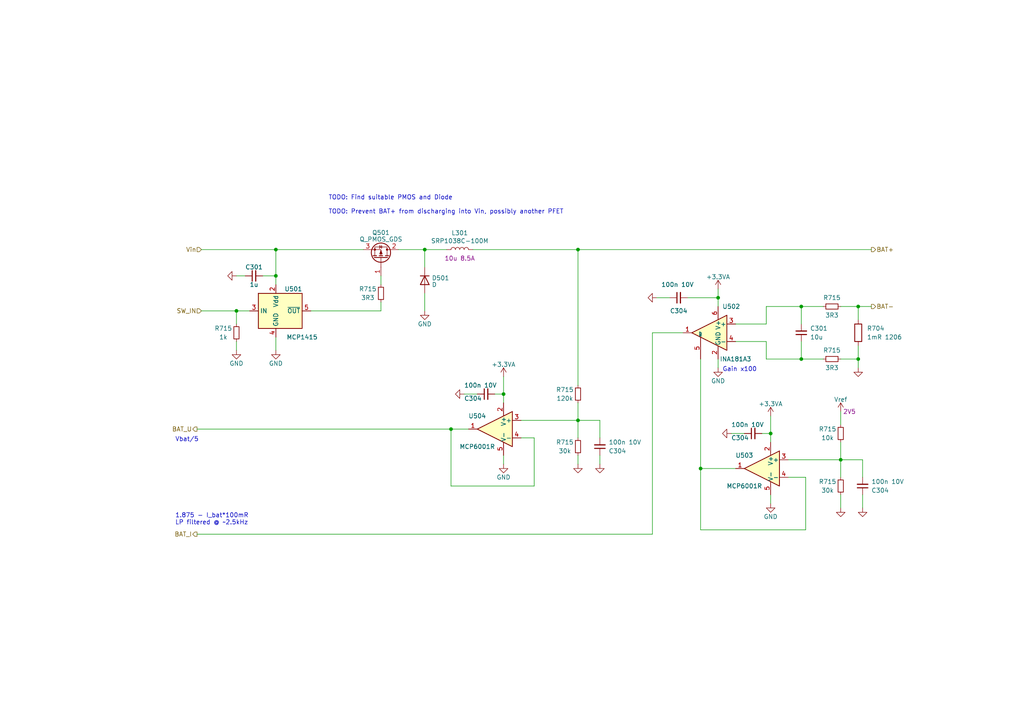
<source format=kicad_sch>
(kicad_sch (version 20230121) (generator eeschema)
  (paper "A4")
  (lib_symbols
    (symbol "+5VA_1" (power) (pin_names (offset 0))
      (property "Value" "+5VA_1" (at 0 3.5019 0))
      (symbol "+5VA_1_0_1"
        (polyline (pts (xy -0.762 1.27) (xy 0 2.54)))
        (polyline (pts (xy 0 0) (xy 0 2.54)))
        (polyline (pts (xy 0 2.54) (xy 0.762 1.27)))
      )
      (symbol "+5VA_1_1_1"
        (pin power_in line (at 0 0 90) (length 0) hide (name "Vref") (number "1"))
      )
    )
    (symbol "Amplifier_Current:INA181" (pin_names (offset 0.127))
      (property "Reference" "U" (at 3.81 3.81 0))
      (property "Value" "INA181" (at 3.81 -2.54 0))
      (symbol "INA181_0_1"
        (polyline (pts (xy 5.08 0) (xy -5.08 5.08) (xy -5.08 -5.08) (xy 5.08 0)) (stroke (width 0.254)) (fill (type background)))
      )
      (symbol "INA181_1_1"
        (pin output line (at 7.62 0 180) (length 2.54) (name "~") (number "1"))
        (pin power_in line (at -2.54 -7.62 90) (length 3.81) (name "GND") (number "2"))
        (pin input line (at -7.62 2.54 0) (length 2.54) (name "+") (number "3"))
        (pin input line (at -7.62 -2.54 0) (length 2.54) (name "-") (number "4"))
        (pin input line (at 2.54 -7.62 90) (length 6.35) (name "REF") (number "5"))
        (pin power_in line (at -2.54 7.62 270) (length 3.81) (name "V+") (number "6"))
      )
    )
    (symbol "Amplifier_Operational:MCP6001R" (pin_names (offset 0.127))
      (property "Reference" "U" (at 0 5.08 0))
      (property "Value" "MCP6001R" (at 0 -5.08 0))
      (symbol "MCP6001R_0_1"
        (polyline (pts (xy -5.08 5.08) (xy 5.08 0) (xy -5.08 -5.08) (xy -5.08 5.08)) (stroke (width 0.254)) (fill (type background)))
        (pin power_in line (at -2.54 7.62 270) (length 3.81) (name "V+") (number "2"))
        (pin power_in line (at -2.54 -7.62 90) (length 3.81) (name "V-") (number "5"))
      )
      (symbol "MCP6001R_1_1"
        (pin output line (at 7.62 0 180) (length 2.54) (name "~") (number "1"))
        (pin input line (at -7.62 2.54 0) (length 2.54) (name "+") (number "3"))
        (pin input line (at -7.62 -2.54 0) (length 2.54) (name "-") (number "4"))
      )
    )
    (symbol "Device:C_Small" (pin_numbers hide) (pin_names (offset 0.254) hide)
      (property "Reference" "C" (at 0.254 1.778 0))
      (property "Value" "C_Small" (at 0.254 -2.032 0))
      (symbol "C_Small_0_1"
        (polyline (pts (xy -1.524 -0.508) (xy 1.524 -0.508)) (stroke (width 0.3302)))
        (polyline (pts (xy -1.524 0.508) (xy 1.524 0.508)) (stroke (width 0.3048)))
      )
      (symbol "C_Small_1_1"
        (pin passive line (at 0 2.54 270) (length 2.032) (name "~") (number "1"))
        (pin passive line (at 0 -2.54 90) (length 2.032) (name "~") (number "2"))
      )
    )
    (symbol "Device:D" (pin_numbers hide) (pin_names (offset 1.016) hide)
      (property "Reference" "D" (at 0 2.54 0))
      (property "Value" "D" (at 0 -2.54 0))
      (symbol "D_0_1"
        (polyline (pts (xy -1.27 1.27) (xy -1.27 -1.27)) (stroke (width 0.254)))
        (polyline (pts (xy 1.27 0) (xy -1.27 0)))
        (polyline (pts (xy 1.27 1.27) (xy 1.27 -1.27) (xy -1.27 0) (xy 1.27 1.27)) (stroke (width 0.254)))
      )
      (symbol "D_1_1"
        (pin passive line (at -3.81 0 0) (length 2.54) (name "K") (number "1"))
        (pin passive line (at 3.81 0 180) (length 2.54) (name "A") (number "2"))
      )
    )
    (symbol "Device:L" (pin_numbers hide) (pin_names (offset 1.016) hide)
      (property "Reference" "L" (at -1.27 0 90))
      (property "Value" "L" (at 1.905 0 90))
      (symbol "L_0_1"
        (arc (start 0 -2.54) (mid 0.6323 -1.905) (end 0 -1.27))
        (arc (start 0 -1.27) (mid 0.6323 -0.635) (end 0 0))
        (arc (start 0 0) (mid 0.6323 0.635) (end 0 1.27))
        (arc (start 0 1.27) (mid 0.6323 1.905) (end 0 2.54))
      )
      (symbol "L_1_1"
        (pin passive line (at 0 3.81 270) (length 1.27) (name "1") (number "1"))
        (pin passive line (at 0 -3.81 90) (length 1.27) (name "2") (number "2"))
      )
    )
    (symbol "Device:Q_PMOS_GDS" (pin_names (offset 0) hide)
      (property "Reference" "Q" (at 5.08 1.27 0))
      (property "Value" "Q_PMOS_GDS" (at 5.08 -1.27 0))
      (symbol "Q_PMOS_GDS_0_1"
        (polyline (pts (xy 0.254 0) (xy -2.54 0)))
        (polyline (pts (xy 0.254 1.905) (xy 0.254 -1.905)) (stroke (width 0.254)))
        (polyline (pts (xy 0.762 -1.27) (xy 0.762 -2.286)) (stroke (width 0.254)))
        (polyline (pts (xy 0.762 0.508) (xy 0.762 -0.508)) (stroke (width 0.254)))
        (polyline (pts (xy 0.762 2.286) (xy 0.762 1.27)) (stroke (width 0.254)))
        (polyline (pts (xy 2.54 2.54) (xy 2.54 1.778)))
        (polyline (pts (xy 2.54 -2.54) (xy 2.54 0) (xy 0.762 0)))
        (polyline (pts (xy 0.762 1.778) (xy 3.302 1.778) (xy 3.302 -1.778) (xy 0.762 -1.778)))
        (polyline (pts (xy 2.286 0) (xy 1.27 0.381) (xy 1.27 -0.381) (xy 2.286 0)) (fill (type outline)))
        (polyline (pts (xy 2.794 -0.508) (xy 2.921 -0.381) (xy 3.683 -0.381) (xy 3.81 -0.254)))
        (polyline (pts (xy 3.302 -0.381) (xy 2.921 0.254) (xy 3.683 0.254) (xy 3.302 -0.381)))
        (circle (center 1.651 0) (radius 2.794) (stroke (width 0.254)))
        (circle (center 2.54 -1.778) (radius 0.254) (fill (type outline)))
        (circle (center 2.54 1.778) (radius 0.254) (fill (type outline)))
      )
      (symbol "Q_PMOS_GDS_1_1"
        (pin input line (at -5.08 0 0) (length 2.54) (name "G") (number "1"))
        (pin passive line (at 2.54 5.08 270) (length 2.54) (name "D") (number "2"))
        (pin passive line (at 2.54 -5.08 90) (length 2.54) (name "S") (number "3"))
      )
    )
    (symbol "Device:R" (pin_numbers hide) (pin_names (offset 0))
      (property "Reference" "R" (at 2.032 0 90))
      (property "Value" "R" (at 0 0 90))
      (symbol "R_0_1"
        (rectangle (start -1.016 -2.54) (end 1.016 2.54) (stroke (width 0.254)))
      )
      (symbol "R_1_1"
        (pin passive line (at 0 3.81 270) (length 1.27) (name "~") (number "1"))
        (pin passive line (at 0 -3.81 90) (length 1.27) (name "~") (number "2"))
      )
    )
    (symbol "Device:R_Small" (pin_numbers hide) (pin_names (offset 0.254) hide)
      (property "Reference" "R" (at 0.762 0.508 0))
      (property "Value" "R_Small" (at 0.762 -1.016 0))
      (symbol "R_Small_0_1"
        (rectangle (start -0.762 1.778) (end 0.762 -1.778) (stroke (width 0.2032)))
      )
      (symbol "R_Small_1_1"
        (pin passive line (at 0 2.54 270) (length 0.762) (name "~") (number "1"))
        (pin passive line (at 0 -2.54 90) (length 0.762) (name "~") (number "2"))
      )
    )
    (symbol "Driver_FET:MCP1415"
      (property "Reference" "U" (at -5.08 6.35 0))
      (property "Value" "MCP1415" (at 1.27 6.35 0))
      (symbol "MCP1415_0_1"
        (rectangle (start -5.08 5.08) (end 7.62 -5.08) (stroke (width 0.254)) (fill (type background)))
      )
      (symbol "MCP1415_1_1"
        (pin no_connect line (at 7.62 -2.54 180) (length 2.54) hide (name "NC") (number "1"))
        (pin power_in line (at 0 7.62 270) (length 2.54) (name "Vdd") (number "2"))
        (pin input line (at -7.62 0 0) (length 2.54) (name "IN") (number "3"))
        (pin power_in line (at 0 -7.62 90) (length 2.54) (name "GND") (number "4"))
        (pin output line (at 10.16 0 180) (length 2.54) (name "~{OUT}") (number "5"))
      )
    )
    (symbol "power:+3.3VA" (power) (pin_names (offset 0))
      (property "Value" "+3.3VA" (at 0 3.556 0))
      (symbol "+3.3VA_0_1"
        (polyline (pts (xy -0.762 1.27) (xy 0 2.54)))
        (polyline (pts (xy 0 0) (xy 0 2.54)))
        (polyline (pts (xy 0 2.54) (xy 0.762 1.27)))
      )
      (symbol "+3.3VA_1_1"
        (pin power_in line (at 0 0 90) (length 0) hide (name "+3.3VA") (number "1"))
      )
    )
    (symbol "power:GND" (power) (pin_names (offset 0))
      (property "Value" "GND" (at 0 -3.81 0))
      (symbol "GND_0_1"
        (polyline (pts (xy 0 0) (xy 0 -1.27) (xy 1.27 -1.27) (xy 0 -2.54) (xy -1.27 -1.27) (xy 0 -1.27)))
      )
      (symbol "GND_1_1"
        (pin power_in line (at 0 0 270) (length 0) hide (name "GND") (number "1"))
      )
    )
  )
  (junction (at 248.92 88.9))
  (junction (at 232.41 104.14))
  (junction (at 146.05 114.3))
  (junction (at 130.81 124.46))
  (junction (at 243.84 133.35))
  (junction (at 167.64 72.39))
  (junction (at 223.52 125.73))
  (junction (at 203.2 135.89))
  (junction (at 80.01 80.01))
  (junction (at 232.41 88.9))
  (junction (at 80.01 72.39))
  (junction (at 208.28 86.36))
  (junction (at 248.92 104.14))
  (junction (at 68.58 90.17))
  (junction (at 167.64 121.92))
  (junction (at 123.19 72.39))
  (wire (pts (xy 154.94 127) (xy 151.13 127)))
  (wire (pts (xy 233.68 138.43) (xy 233.68 153.67)))
  (wire (pts (xy 146.05 132.08) (xy 146.05 134.62)))
  (wire (pts (xy 135.89 124.46) (xy 130.81 124.46)))
  (wire (pts (xy 250.19 138.43) (xy 250.19 133.35)))
  (wire (pts (xy 248.92 88.9) (xy 252.73 88.9)))
  (wire (pts (xy 76.2 80.01) (xy 80.01 80.01)))
  (wire (pts (xy 233.68 153.67) (xy 203.2 153.67)))
  (wire (pts (xy 173.99 127) (xy 173.99 121.92)))
  (wire (pts (xy 189.23 154.94) (xy 189.23 96.52)))
  (wire (pts (xy 80.01 72.39) (xy 105.41 72.39)))
  (wire (pts (xy 137.16 72.39) (xy 167.64 72.39)))
  (wire (pts (xy 208.28 86.36) (xy 199.39 86.36)))
  (wire (pts (xy 232.41 88.9) (xy 232.41 93.98)))
  (wire (pts (xy 248.92 100.33) (xy 248.92 104.14)))
  (wire (pts (xy 243.84 88.9) (xy 248.92 88.9)))
  (wire (pts (xy 115.57 72.39) (xy 123.19 72.39)))
  (wire (pts (xy 208.28 83.82) (xy 208.28 86.36)))
  (wire (pts (xy 248.92 88.9) (xy 248.92 92.71)))
  (wire (pts (xy 58.42 72.39) (xy 80.01 72.39)))
  (wire (pts (xy 167.64 121.92) (xy 167.64 127)))
  (wire (pts (xy 222.25 99.06) (xy 213.36 99.06)))
  (wire (pts (xy 228.6 133.35) (xy 243.84 133.35)))
  (wire (pts (xy 223.52 120.65) (xy 223.52 125.73)))
  (wire (pts (xy 243.84 143.51) (xy 243.84 147.32)))
  (wire (pts (xy 208.28 104.14) (xy 208.28 106.68)))
  (wire (pts (xy 110.49 82.55) (xy 110.49 80.01)))
  (wire (pts (xy 203.2 153.67) (xy 203.2 135.89)))
  (wire (pts (xy 228.6 138.43) (xy 233.68 138.43)))
  (wire (pts (xy 57.15 154.94) (xy 189.23 154.94)))
  (wire (pts (xy 68.58 93.98) (xy 68.58 90.17)))
  (wire (pts (xy 232.41 99.06) (xy 232.41 104.14)))
  (wire (pts (xy 130.81 140.97) (xy 154.94 140.97)))
  (wire (pts (xy 243.84 119.38) (xy 243.84 123.19)))
  (wire (pts (xy 243.84 104.14) (xy 248.92 104.14)))
  (wire (pts (xy 189.23 96.52) (xy 198.12 96.52)))
  (wire (pts (xy 243.84 128.27) (xy 243.84 133.35)))
  (wire (pts (xy 167.64 116.84) (xy 167.64 121.92)))
  (wire (pts (xy 123.19 72.39) (xy 129.54 72.39)))
  (wire (pts (xy 151.13 121.92) (xy 167.64 121.92)))
  (wire (pts (xy 222.25 104.14) (xy 232.41 104.14)))
  (wire (pts (xy 110.49 90.17) (xy 110.49 87.63)))
  (wire (pts (xy 123.19 72.39) (xy 123.19 77.47)))
  (wire (pts (xy 167.64 72.39) (xy 167.64 111.76)))
  (wire (pts (xy 232.41 88.9) (xy 238.76 88.9)))
  (wire (pts (xy 223.52 143.51) (xy 223.52 146.05)))
  (wire (pts (xy 213.36 135.89) (xy 203.2 135.89)))
  (wire (pts (xy 90.17 90.17) (xy 110.49 90.17)))
  (wire (pts (xy 250.19 133.35) (xy 243.84 133.35)))
  (wire (pts (xy 222.25 88.9) (xy 232.41 88.9)))
  (wire (pts (xy 222.25 93.98) (xy 213.36 93.98)))
  (wire (pts (xy 138.43 114.3) (xy 134.62 114.3)))
  (wire (pts (xy 80.01 80.01) (xy 80.01 82.55)))
  (wire (pts (xy 146.05 114.3) (xy 146.05 116.84)))
  (wire (pts (xy 248.92 104.14) (xy 248.92 106.68)))
  (wire (pts (xy 130.81 124.46) (xy 130.81 140.97)))
  (wire (pts (xy 173.99 132.08) (xy 173.99 134.62)))
  (wire (pts (xy 167.64 121.92) (xy 173.99 121.92)))
  (wire (pts (xy 222.25 88.9) (xy 222.25 93.98)))
  (wire (pts (xy 58.42 90.17) (xy 68.58 90.17)))
  (wire (pts (xy 80.01 97.79) (xy 80.01 101.6)))
  (wire (pts (xy 243.84 133.35) (xy 243.84 138.43)))
  (wire (pts (xy 194.31 86.36) (xy 190.5 86.36)))
  (wire (pts (xy 223.52 125.73) (xy 223.52 128.27)))
  (wire (pts (xy 80.01 72.39) (xy 80.01 80.01)))
  (wire (pts (xy 167.64 72.39) (xy 252.73 72.39)))
  (wire (pts (xy 143.51 114.3) (xy 146.05 114.3)))
  (wire (pts (xy 68.58 90.17) (xy 72.39 90.17)))
  (wire (pts (xy 220.98 125.73) (xy 223.52 125.73)))
  (wire (pts (xy 57.15 124.46) (xy 130.81 124.46)))
  (wire (pts (xy 250.19 143.51) (xy 250.19 147.32)))
  (wire (pts (xy 154.94 140.97) (xy 154.94 127)))
  (wire (pts (xy 208.28 86.36) (xy 208.28 88.9)))
  (wire (pts (xy 123.19 85.09) (xy 123.19 90.17)))
  (wire (pts (xy 215.9 125.73) (xy 212.09 125.73)))
  (wire (pts (xy 232.41 104.14) (xy 238.76 104.14)))
  (wire (pts (xy 203.2 135.89) (xy 203.2 104.14)))
  (wire (pts (xy 146.05 109.22) (xy 146.05 114.3)))
  (wire (pts (xy 71.12 80.01) (xy 68.58 80.01)))
  (wire (pts (xy 68.58 99.06) (xy 68.58 101.6)))
  (wire (pts (xy 222.25 104.14) (xy 222.25 99.06)))
  (wire (pts (xy 167.64 132.08) (xy 167.64 134.62)))
  (text "1.875 - I_bat*100mR\nLP filtered @ ~2.5kHz" (at 50.8 152.4 0) (effects (font (size 1.27 1.27)) (justify left bottom)))
  (text "Vbat/5" (at 50.8 128.27 0) (effects (font (size 1.27 1.27)) (justify left bottom)))
  (text "TODO: Find suitable PMOS and Diode\n\nTODO: Prevent BAT+ from discharging into Vin, possibly another PFET" (at 95.25 62.23 0) (effects (font (size 1.27 1.27)) (justify left bottom)))
  (text "Gain x100" (at 209.55 107.95 0) (effects (font (size 1.27 1.27)) (justify left bottom)))
  (hierarchical_label "BAT+" (shape output) (at 252.73 72.39 0))
  (hierarchical_label "SW_IN" (shape input) (at 58.42 90.17 180))
  (hierarchical_label "BAT-" (shape output) (at 252.73 88.9 0))
  (hierarchical_label "BAT_I" (shape output) (at 57.15 154.94 180))
  (hierarchical_label "BAT_U" (shape output) (at 57.15 124.46 180))
  (hierarchical_label "Vin" (shape input) (at 58.42 72.39 180))
  (symbol (lib_id "Device:R_Small") (at 241.3 104.14 90) (unit 1)
    (property "Reference" "R715" (at 241.3 101.6 90))
    (property "Value" "3R3" (at 241.3 106.68 90))
    (property "Footprint" "Resistor_SMD:R_0603_1608Metric" (effects hide))
    (instances (project "OpenUPS_ups" (path "" (reference "R715") (unit 1)) (path "" (reference "R413") (unit 1)) (path "" (reference "R510") (unit 1))))
  )
  (symbol (lib_id "Device:D") (at 123.19 81.28 270) (unit 1)
    (property "Reference" "D501" (at 125.222 80.6363 90) (effects (justify left)))
    (property "Value" "D" (at 125.222 82.5573 90) (effects (justify left)))
    (property "Sim.Device" "D" (effects hide))
    (property "Sim.Pins" "1=K 2=A" (effects hide))
  )
  (symbol (lib_id "power:GND") (at 173.99 134.62 0) (unit 1)
    (property "Reference" "#PWR0306" (effects hide))
    (property "Value" "GND" (effects hide))
    (instances (project "OpenUPS_ups" (path "" (reference "#PWR0306") (unit 1)) (path "" (reference "#PWR0518") (unit 1))))
  )
  (symbol (lib_id "Device:Q_PMOS_GDS") (at 110.49 74.93 270) (mirror x) (unit 1)
    (property "Reference" "Q501" (at 110.49 67.4751 90))
    (property "Value" "Q_PMOS_GDS" (at 110.49 69.3961 90))
  )
  (symbol (lib_id "Device:C_Small") (at 173.99 129.54 180) (unit 1)
    (property "Reference" "C304" (at 176.53 130.81 0) (effects (justify right)))
    (property "Value" "100n 10V" (at 176.53 128.27 0) (effects (justify right)))
    (property "Footprint" "Capacitor_SMD:C_0603_1608Metric" (effects hide))
    (instances (project "OpenUPS_ups" (path "" (reference "C304") (unit 1)) (path "" (reference "C510") (unit 1))))
  )
  (symbol (lib_id "power:GND") (at 68.58 101.6 0) (unit 1)
    (property "Reference" "#PWR0102" (effects hide))
    (property "Value" "GND" (at 68.58 105.41 0))
    (instances (project "OpenUPS_ups" (path "" (reference "#PWR0102") (unit 1)) (path "" (reference "#PWR0502") (unit 1))))
  )
  (symbol (lib_id "power:+3.3VA") (at 146.05 109.22 0) (unit 1)
    (property "Reference" "#PWR0102" (effects hide))
    (property "Value" "+3.3VA" (at 146.05 105.7181 0))
    (instances (project "OpenUPS_ups" (path "" (reference "#PWR0102") (unit 1)) (path "" (reference "#PWR0431") (unit 1))))
  )
  (symbol (lib_id "power:GND") (at 190.5 86.36 270) (unit 1)
    (property "Reference" "#PWR0306" (effects hide))
    (property "Value" "GND" (effects hide))
    (instances (project "OpenUPS_ups" (path "" (reference "#PWR0306") (unit 1)) (path "" (reference "#PWR0507") (unit 1))))
  )
  (symbol (lib_id "power:GND") (at 248.92 106.68 0) (unit 1)
    (property "Reference" "#PWR0306" (effects hide))
    (property "Value" "GND" (effects hide))
    (instances (project "OpenUPS_ups" (path "" (reference "#PWR0306") (unit 1)) (path "" (reference "#PWR0519") (unit 1))))
  )
  (symbol (lib_id "Device:R_Small") (at 241.3 88.9 90) (unit 1)
    (property "Reference" "R715" (at 241.3 86.36 90))
    (property "Value" "3R3" (at 241.3 91.44 90))
    (property "Footprint" "Resistor_SMD:R_0603_1608Metric" (effects hide))
    (instances (project "OpenUPS_ups" (path "" (reference "R715") (unit 1)) (path "" (reference "R413") (unit 1)) (path "" (reference "R509") (unit 1))))
  )
  (symbol (lib_id "Device:C_Small") (at 218.44 125.73 90) (unit 1)
    (property "Reference" "C304" (at 212.09 127 90) (effects (justify right)))
    (property "Value" "100n 10V" (at 212.09 123.19 90) (effects (justify right)))
    (property "Footprint" "Capacitor_SMD:C_0603_1608Metric" (effects hide))
    (instances (project "OpenUPS_ups" (path "" (reference "C304") (unit 1)) (path "" (reference "C506") (unit 1))))
  )
  (symbol (lib_id "Amplifier_Operational:MCP6001R") (at 143.51 124.46 0) (mirror y) (unit 1)
    (property "Reference" "U504" (at 138.43 120.65 0))
    (property "Value" "MCP6001R" (at 138.43 129.54 0))
    (property "Footprint" "Package_TO_SOT_SMD:SOT-23-5" (effects hide))
    (property "Datasheet" "http://ww1.microchip.com/downloads/en/DeviceDoc/21733j.pdf" (effects hide))
  )
  (symbol (lib_id "power:+3.3VA") (at 223.52 120.65 0) (unit 1)
    (property "Reference" "#PWR0102" (effects hide))
    (property "Value" "+3.3VA" (at 223.52 117.1481 0))
    (instances (project "OpenUPS_ups" (path "" (reference "#PWR0102") (unit 1)) (path "" (reference "#PWR0433") (unit 1))))
  )
  (symbol (lib_id "Device:R_Small") (at 68.58 96.52 180) (unit 1)
    (property "Reference" "R715" (at 64.77 95.25 0))
    (property "Value" "1k" (at 64.77 97.79 0))
    (property "Footprint" "Resistor_SMD:R_0603_1608Metric" (effects hide))
    (instances (project "OpenUPS_ups" (path "" (reference "R715") (unit 1)) (path "" (reference "R413") (unit 1)) (path "" (reference "R504") (unit 1))))
  )
  (symbol (lib_id "Device:C_Small") (at 73.66 80.01 90) (mirror x) (unit 1)
    (property "Reference" "C301" (at 71.12 77.47 90) (effects (justify right)))
    (property "Value" "1u" (at 72.39 82.55 90) (effects (justify right)))
    (property "Footprint" "Capacitor_SMD:C_0603_1608Metric" (effects hide))
    (instances (project "OpenUPS_ups" (path "" (reference "C301") (unit 1)) (path "" (reference "C504") (unit 1))))
  )
  (symbol (lib_id "power:GND") (at 208.28 106.68 0) (mirror y) (unit 1)
    (property "Reference" "#PWR0102" (effects hide))
    (property "Value" "GND" (at 208.28 110.49 0))
    (instances (project "OpenUPS_ups" (path "" (reference "#PWR0102") (unit 1)) (path "" (reference "#PWR0505") (unit 1))))
  )
  (symbol (lib_id "power:GND") (at 134.62 114.3 270) (unit 1)
    (property "Reference" "#PWR0306" (effects hide))
    (property "Value" "GND" (effects hide))
    (instances (project "OpenUPS_ups" (path "" (reference "#PWR0306") (unit 1)) (path "" (reference "#PWR0515") (unit 1))))
  )
  (symbol (lib_id "Device:R_Small") (at 243.84 140.97 180) (unit 1)
    (property "Reference" "R715" (at 240.03 139.7 0))
    (property "Value" "30k" (at 240.03 142.24 0))
    (property "Footprint" "Resistor_SMD:R_0603_1608Metric" (effects hide))
    (instances (project "OpenUPS_ups" (path "" (reference "R715") (unit 1)) (path "" (reference "R413") (unit 1)) (path "" (reference "R507") (unit 1))))
  )
  (symbol (lib_id "Amplifier_Current:INA181") (at 205.74 96.52 0) (mirror y) (unit 1)
    (property "Reference" "U502" (at 212.09 88.9 0))
    (property "Value" "INA181A3" (at 213.36 104.14 0))
    (property "Footprint" "Package_TO_SOT_SMD:SOT-23-6" (effects hide))
    (property "Datasheet" "http://www.ti.com/lit/ds/symlink/ina181.pdf" (effects hide))
  )
  (symbol (lib_id "power:+3.3VA") (at 208.28 83.82 0) (unit 1)
    (property "Reference" "#PWR0102" (effects hide))
    (property "Value" "+3.3VA" (at 208.28 80.3181 0))
    (instances (project "OpenUPS_ups" (path "" (reference "#PWR0102") (unit 1)) (path "" (reference "#PWR0432") (unit 1))))
  )
  (symbol (lib_id "power:GND") (at 212.09 125.73 270) (unit 1)
    (property "Reference" "#PWR0306" (effects hide))
    (property "Value" "GND" (effects hide))
    (instances (project "OpenUPS_ups" (path "" (reference "#PWR0306") (unit 1)) (path "" (reference "#PWR0508") (unit 1))))
  )
  (symbol (lib_id "Device:C_Small") (at 196.85 86.36 90) (unit 1)
    (property "Reference" "C304" (at 194.31 90.17 90) (effects (justify right)))
    (property "Value" "100n 10V" (at 191.77 82.55 90) (effects (justify right)))
    (property "Footprint" "Capacitor_SMD:C_0603_1608Metric" (effects hide))
    (instances (project "OpenUPS_ups" (path "" (reference "C304") (unit 1)) (path "" (reference "C505") (unit 1))))
  )
  (symbol (lib_id "power:GND") (at 243.84 147.32 0) (unit 1)
    (property "Reference" "#PWR0306" (effects hide))
    (property "Value" "GND" (effects hide))
    (instances (project "OpenUPS_ups" (path "" (reference "#PWR0306") (unit 1)) (path "" (reference "#PWR0510") (unit 1))))
  )
  (symbol (lib_id "Device:C_Small") (at 250.19 140.97 180) (unit 1)
    (property "Reference" "C304" (at 252.73 142.24 0) (effects (justify right)))
    (property "Value" "100n 10V" (at 252.73 139.7 0) (effects (justify right)))
    (property "Footprint" "Capacitor_SMD:C_0603_1608Metric" (effects hide))
    (instances (project "OpenUPS_ups" (path "" (reference "C304") (unit 1)) (path "" (reference "C507") (unit 1))))
  )
  (symbol (lib_id "Amplifier_Operational:MCP6001R") (at 220.98 135.89 0) (mirror y) (unit 1)
    (property "Reference" "U503" (at 215.9 132.08 0))
    (property "Value" "MCP6001R" (at 215.9 140.97 0))
    (property "Footprint" "Package_TO_SOT_SMD:SOT-23-5" (effects hide))
    (property "Datasheet" "http://ww1.microchip.com/downloads/en/DeviceDoc/21733j.pdf" (effects hide))
  )
  (symbol (lib_id "power:GND") (at 123.19 90.17 0) (unit 1)
    (property "Reference" "#PWR0102" (effects hide))
    (property "Value" "GND" (at 123.19 93.98 0))
    (instances (project "OpenUPS_ups" (path "" (reference "#PWR0102") (unit 1)) (path "" (reference "#PWR0503") (unit 1))))
  )
  (symbol (lib_id "Device:C_Small") (at 232.41 96.52 180) (unit 1)
    (property "Reference" "C301" (at 234.95 95.25 0) (effects (justify right)))
    (property "Value" "10u" (at 234.95 97.79 0) (effects (justify right)))
    (property "Footprint" "Capacitor_SMD:C_0603_1608Metric" (effects hide))
    (instances (project "OpenUPS_ups" (path "" (reference "C301") (unit 1)) (path "" (reference "C508") (unit 1))))
  )
  (symbol (lib_id "power:GND") (at 167.64 134.62 0) (unit 1)
    (property "Reference" "#PWR0306" (effects hide))
    (property "Value" "GND" (effects hide))
    (instances (project "OpenUPS_ups" (path "" (reference "#PWR0306") (unit 1)) (path "" (reference "#PWR0514") (unit 1))))
  )
  (symbol (lib_id "Device:R_Small") (at 167.64 129.54 180) (unit 1)
    (property "Reference" "R715" (at 163.83 128.27 0))
    (property "Value" "30k" (at 163.83 130.81 0))
    (property "Footprint" "Resistor_SMD:R_0603_1608Metric" (effects hide))
    (instances (project "OpenUPS_ups" (path "" (reference "R715") (unit 1)) (path "" (reference "R413") (unit 1)) (path "" (reference "R511") (unit 1))))
  )
  (symbol (lib_id "power:GND") (at 68.58 80.01 270) (mirror x) (unit 1)
    (property "Reference" "#PWR0304" (effects hide))
    (property "Value" "GND" (effects hide))
    (instances (project "OpenUPS_ups" (path "" (reference "#PWR0304") (unit 1)) (path "" (reference "#PWR0504") (unit 1))))
  )
  (symbol (lib_id "power:GND") (at 146.05 134.62 0) (mirror y) (unit 1)
    (property "Reference" "#PWR0102" (effects hide))
    (property "Value" "GND" (at 146.05 138.43 0))
    (instances (project "OpenUPS_ups" (path "" (reference "#PWR0102") (unit 1)) (path "" (reference "#PWR0517") (unit 1))))
  )
  (symbol (lib_id "power:GND") (at 80.01 101.6 0) (unit 1)
    (property "Reference" "#PWR0102" (effects hide))
    (property "Value" "GND" (at 80.01 105.41 0))
    (instances (project "OpenUPS_ups" (path "" (reference "#PWR0102") (unit 1)) (path "" (reference "#PWR0501") (unit 1))))
  )
  (symbol (lib_id "Device:R_Small") (at 110.49 85.09 180) (unit 1)
    (property "Reference" "R715" (at 106.68 83.82 0))
    (property "Value" "3R3" (at 106.68 86.36 0))
    (property "Footprint" "Resistor_SMD:R_0603_1608Metric" (effects hide))
    (instances (project "OpenUPS_ups" (path "" (reference "R715") (unit 1)) (path "" (reference "R413") (unit 1)) (path "" (reference "R505") (unit 1))))
  )
  (symbol (lib_id "Device:R") (at 248.92 96.52 180) (unit 1)
    (property "Reference" "R704" (at 254 95.25 0))
    (property "Value" "1mR 1206" (at 256.54 97.79 0))
    (property "Footprint" "Resistor_SMD:R_1206_3216Metric" (effects hide))
    (instances (project "OpenUPS_ups" (path "" (reference "R704") (unit 1)) (path "" (reference "R410") (unit 1)) (path "" (reference "R508") (unit 1))))
  )
  (symbol (lib_id "Device:C_Small") (at 140.97 114.3 90) (unit 1)
    (property "Reference" "C304" (at 134.62 115.57 90) (effects (justify right)))
    (property "Value" "100n 10V" (at 134.62 111.76 90) (effects (justify right)))
    (property "Footprint" "Capacitor_SMD:C_0603_1608Metric" (effects hide))
    (instances (project "OpenUPS_ups" (path "" (reference "C304") (unit 1)) (path "" (reference "C509") (unit 1))))
  )
  (symbol (lib_id "Device:R_Small") (at 167.64 114.3 180) (unit 1)
    (property "Reference" "R715" (at 163.83 113.03 0))
    (property "Value" "120k" (at 163.83 115.57 0))
    (property "Footprint" "Resistor_SMD:R_0603_1608Metric" (effects hide))
    (instances (project "OpenUPS_ups" (path "" (reference "R715") (unit 1)) (path "" (reference "R413") (unit 1)) (path "" (reference "R512") (unit 1))))
  )
  (symbol (lib_id "power:GND") (at 223.52 146.05 0) (mirror y) (unit 1)
    (property "Reference" "#PWR0102" (effects hide))
    (property "Value" "GND" (at 223.52 149.86 0))
    (instances (project "OpenUPS_ups" (path "" (reference "#PWR0102") (unit 1)) (path "" (reference "#PWR0506") (unit 1))))
  )
  (symbol (lib_id "Device:R_Small") (at 243.84 125.73 180) (unit 1)
    (property "Reference" "R715" (at 240.03 124.46 0))
    (property "Value" "10k" (at 240.03 127 0))
    (property "Footprint" "Resistor_SMD:R_0603_1608Metric" (effects hide))
    (instances (project "OpenUPS_ups" (path "" (reference "R715") (unit 1)) (path "" (reference "R413") (unit 1)) (path "" (reference "R506") (unit 1))))
  )
  (symbol (lib_name "+5VA_1") (lib_id "power:+5VA") (at 243.84 119.38 0) (unit 1)
    (property "Reference" "#PWR0513" (effects hide))
    (property "Value" "Vref" (at 243.84 115.8781 0))
    (property "Comment" "2V5" (at 246.38 119.38 0))
  )
  (symbol (lib_id "power:GND") (at 250.19 147.32 0) (unit 1)
    (property "Reference" "#PWR0306" (effects hide))
    (property "Value" "GND" (effects hide))
    (instances (project "OpenUPS_ups" (path "" (reference "#PWR0306") (unit 1)) (path "" (reference "#PWR0509") (unit 1))))
  )
  (symbol (lib_id "Device:L") (at 133.35 72.39 90) (unit 1)
    (property "Reference" "L301" (at 133.35 67.564 90))
    (property "Value" "SRP1038C-100M" (at 133.35 69.8754 90))
    (property "Footprint" "Inductor_SMD:L_Bourns_SRP1038C_10.0x10.0mm" (effects hide))
    (property "Datasheet" "https://www.mouser.pl/datasheet/2/54/bourns_06072019_SRP1038C_datasheet-1601316.pdf" (effects hide))
    (property "Comment" "10u 8.5A" (at 133.35 74.93 90))
    (instances (project "OpenUPS_ups" (path "" (reference "L301") (unit 1)) (path "" (reference "L502") (unit 1))))
  )
  (symbol (lib_id "Driver_FET:MCP1415") (at 80.01 90.17 0) (unit 1)
    (property "Reference" "U501" (at 85.09 83.82 0))
    (property "Value" "MCP1415" (at 87.63 97.79 0))
    (property "Footprint" "Package_TO_SOT_SMD:SOT-23-5" (effects hide))
    (property "Datasheet" "http://ww1.microchip.com/downloads/en/DeviceDoc/20002092F.pdf" (effects hide))
  )
)
</source>
